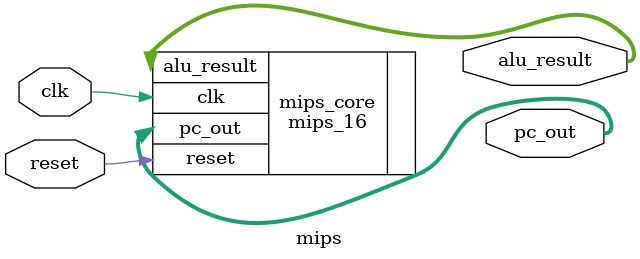
<source format=v>

module mips(input clk,reset ,
output [15:0] pc_out, alu_result
             //,reg3,reg4  
           );  

wire [15:0] pc_out_m, alu_result_m;
wire logic0, clk_m, reset_m,logic1;
   
// Core Instantiatio
mips_16 mips_core(.clk(clk), .reset(reset), .pc_out(pc_out), .alu_result(alu_result));
/*
// Input PADs Instantiation
XMHA in1(.SMT(logic0), .PU(logic0), .PD(logic0), .O(clk_m), .I(clk));
XMHA in2(.SMT(logic0), .PU(logic0), .PD(logic0), .O(reset_m), .I(reset));

// Output PADs Instantiation
YA28SHA out1(.SR(logic0), .E(logic1), .E2(logic0), .E4(logic0), .I(pc_out_m[0]), .O(pc_out[0]));
YA28SHA out2(.SR(logic0), .E(logic1), .E2(logic0), .E4(logic0), .I(pc_out_m[1]), .O(pc_out[1]));
YA28SHA out3(.SR(logic0), .E(logic1), .E2(logic0), .E4(logic0), .I(pc_out_m[2]), .O(pc_out[2]));
YA28SHA out4(.SR(logic0), .E(logic1), .E2(logic0), .E4(logic0), .I(pc_out_m[3]), .O(pc_out[3]));
YA28SHA out5(.SR(logic0), .E(logic1), .E2(logic0), .E4(logic0), .I(pc_out_m[4]), .O(pc_out[4]));
YA28SHA out6(.SR(logic0), .E(logic1), .E2(logic0), .E4(logic0), .I(pc_out_m[5]), .O(pc_out[5]));
YA28SHA out7(.SR(logic0), .E(logic1), .E2(logic0), .E4(logic0), .I(pc_out_m[6]), .O(pc_out[6]));
YA28SHA out8(.SR(logic0), .E(logic1), .E2(logic0), .E4(logic0), .I(pc_out_m[7]), .O(pc_out[7]));
YA28SHA out9(.SR(logic0), .E(logic1), .E2(logic0), .E4(logic0), .I(pc_out_m[8]), .O(pc_out[8]));
YA28SHA out10(.SR(logic0), .E(logic1), .E2(logic0), .E4(logic0), .I(pc_out_m[9]), .O(pc_out[9]));
YA28SHA out11(.SR(logic0), .E(logic1), .E2(logic0), .E4(logic0), .I(pc_out_m[10]), .O(pc_out[10]));
YA28SHA out12(.SR(logic0), .E(logic1), .E2(logic0), .E4(logic0), .I(pc_out_m[11]), .O(pc_out[11]));
YA28SHA out13(.SR(logic0), .E(logic1), .E2(logic0), .E4(logic0), .I(pc_out_m[12]), .O(pc_out[12]));
YA28SHA out14(.SR(logic0), .E(logic1), .E2(logic0), .E4(logic0), .I(pc_out_m[13]), .O(pc_out[13]));
YA28SHA out15(.SR(logic0), .E(logic1), .E2(logic0), .E4(logic0), .I(pc_out_m[14]), .O(pc_out[14]));
YA28SHA out16(.SR(logic0), .E(logic1), .E2(logic0), .E4(logic0), .I(pc_out_m[15]), .O(pc_out[15]));
YA28SHA out17(.SR(logic0), .E(logic1), .E2(logic0), .E4(logic0), .I(alu_result_m[0]), .O(alu_result[0]));
YA28SHA out18(.SR(logic0), .E(logic1), .E2(logic0), .E4(logic0), .I(alu_result_m[1]), .O(alu_result[1]));
YA28SHA out19(.SR(logic0), .E(logic1), .E2(logic0), .E4(logic0), .I(alu_result_m[2]), .O(alu_result[2]));
YA28SHA out20(.SR(logic0), .E(logic1), .E2(logic0), .E4(logic0), .I(alu_result_m[3]), .O(alu_result[3]));
YA28SHA out21(.SR(logic0), .E(logic1), .E2(logic0), .E4(logic0), .I(alu_result_m[4]), .O(alu_result[4]));
YA28SHA out22(.SR(logic0), .E(logic1), .E2(logic0), .E4(logic0), .I(alu_result_m[5]), .O(alu_result[5]));
YA28SHA out23(.SR(logic0), .E(logic1), .E2(logic0), .E4(logic0), .I(alu_result_m[6]), .O(alu_result[6]));
YA28SHA out24(.SR(logic0), .E(logic1), .E2(logic0), .E4(logic0), .I(alu_result_m[7]), .O(alu_result[7]));
YA28SHA out25(.SR(logic0), .E(logic1), .E2(logic0), .E4(logic0), .I(alu_result_m[8]), .O(alu_result[8]));
YA28SHA out26(.SR(logic0), .E(logic1), .E2(logic0), .E4(logic0), .I(alu_result_m[9]), .O(alu_result[9]));
YA28SHA out27(.SR(logic0), .E(logic1), .E2(logic0), .E4(logic0), .I(alu_result_m[10]), .O(alu_result[10]));
YA28SHA out28(.SR(logic0), .E(logic1), .E2(logic0), .E4(logic0), .I(alu_result_m[11]), .O(alu_result[11]));
YA28SHA out29(.SR(logic0), .E(logic1), .E2(logic0), .E4(logic0), .I(alu_result_m[12]), .O(alu_result[12]));
YA28SHA out30(.SR(logic0), .E(logic1), .E2(logic0), .E4(logic0), .I(alu_result_m[13]), .O(alu_result[13]));
YA28SHA out31(.SR(logic0), .E(logic1), .E2(logic0), .E4(logic0), .I(alu_result_m[14]), .O(alu_result[14]));
YA28SHA out32(.SR(logic0), .E(logic1), .E2(logic0), .E4(logic0), .I(alu_result_m[15]), .O(alu_result[15]));

// Power PADs Instantiation
//// Low Supply
VCCKHA pwr_1(.VCC(vdd));
VCCKHA pwr_2(.VCC(vdd));
VCCKHA pwr_3(.VCC(vdd));
VCCKHA pwr_4(.VCC(vdd));

GNDKHA gnd_1(.GND(gnd));
GNDKHA gnd_2(.GND(gnd));
GNDKHA gnd_3(.GND(gnd));
GNDKHA gnd_4(.GND(gnd));

//// High Supply
VCC3IHA pwr_5(.VCC3I(vddio));
VCC3IHA pwr_6(.VCC3I(vddio));
VCC3IHA pwr_7(.VCC3I(vddio));
VCC3IHA pwr_8(.VCC3I(vddio));

GND3IHA gnd_5(.GND3I(vss));
GND3IHA gnd_6(.GND3I(vss));
GND3IHA gnd_7(.GND3I(vss));
GND3IHA gnd_8(.GND3I(vss));

// Corner PADs Instantiation
CORNERHA corner_1();
CORNERHA corner_2();
CORNERHA corner_3();
CORNERHA corner_4();

// Cells to tie logic0 net and logic1 net to the corresponding supplies
TIE0DHD tie_0(.O(logic0));
TIE1DHD tie_1(.O(logic1));

*/
endmodule

</source>
